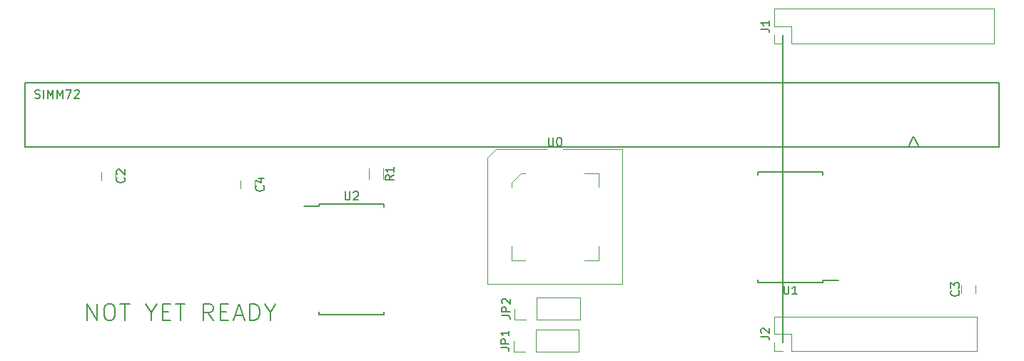
<source format=gbr>
%TF.GenerationSoftware,KiCad,Pcbnew,(5.1.9)-1*%
%TF.CreationDate,2021-01-17T12:11:35+11:00*%
%TF.ProjectId,SIMMCON,53494d4d-434f-44e2-9e6b-696361645f70,rev?*%
%TF.SameCoordinates,Original*%
%TF.FileFunction,Legend,Top*%
%TF.FilePolarity,Positive*%
%FSLAX46Y46*%
G04 Gerber Fmt 4.6, Leading zero omitted, Abs format (unit mm)*
G04 Created by KiCad (PCBNEW (5.1.9)-1) date 2021-01-17 12:11:35*
%MOMM*%
%LPD*%
G01*
G04 APERTURE LIST*
%ADD10C,0.150000*%
%ADD11C,0.120000*%
%ADD12C,0.100000*%
G04 APERTURE END LIST*
D10*
X48642380Y-134254761D02*
X48642380Y-132254761D01*
X49785238Y-134254761D01*
X49785238Y-132254761D01*
X51118571Y-132254761D02*
X51499523Y-132254761D01*
X51690000Y-132350000D01*
X51880476Y-132540476D01*
X51975714Y-132921428D01*
X51975714Y-133588095D01*
X51880476Y-133969047D01*
X51690000Y-134159523D01*
X51499523Y-134254761D01*
X51118571Y-134254761D01*
X50928095Y-134159523D01*
X50737619Y-133969047D01*
X50642380Y-133588095D01*
X50642380Y-132921428D01*
X50737619Y-132540476D01*
X50928095Y-132350000D01*
X51118571Y-132254761D01*
X52547142Y-132254761D02*
X53690000Y-132254761D01*
X53118571Y-134254761D02*
X53118571Y-132254761D01*
X56261428Y-133302380D02*
X56261428Y-134254761D01*
X55594761Y-132254761D02*
X56261428Y-133302380D01*
X56928095Y-132254761D01*
X57594761Y-133207142D02*
X58261428Y-133207142D01*
X58547142Y-134254761D02*
X57594761Y-134254761D01*
X57594761Y-132254761D01*
X58547142Y-132254761D01*
X59118571Y-132254761D02*
X60261428Y-132254761D01*
X59690000Y-134254761D02*
X59690000Y-132254761D01*
X63594761Y-134254761D02*
X62928095Y-133302380D01*
X62451904Y-134254761D02*
X62451904Y-132254761D01*
X63213809Y-132254761D01*
X63404285Y-132350000D01*
X63499523Y-132445238D01*
X63594761Y-132635714D01*
X63594761Y-132921428D01*
X63499523Y-133111904D01*
X63404285Y-133207142D01*
X63213809Y-133302380D01*
X62451904Y-133302380D01*
X64451904Y-133207142D02*
X65118571Y-133207142D01*
X65404285Y-134254761D02*
X64451904Y-134254761D01*
X64451904Y-132254761D01*
X65404285Y-132254761D01*
X66166190Y-133683333D02*
X67118571Y-133683333D01*
X65975714Y-134254761D02*
X66642380Y-132254761D01*
X67309047Y-134254761D01*
X67975714Y-134254761D02*
X67975714Y-132254761D01*
X68451904Y-132254761D01*
X68737619Y-132350000D01*
X68928095Y-132540476D01*
X69023333Y-132730952D01*
X69118571Y-133111904D01*
X69118571Y-133397619D01*
X69023333Y-133778571D01*
X68928095Y-133969047D01*
X68737619Y-134159523D01*
X68451904Y-134254761D01*
X67975714Y-134254761D01*
X70356666Y-133302380D02*
X70356666Y-134254761D01*
X69690000Y-132254761D02*
X70356666Y-133302380D01*
X71023333Y-132254761D01*
X131191000Y-100330000D02*
X131191000Y-136830000D01*
D11*
%TO.C,R1*%
X83811000Y-116240000D02*
X83811000Y-117440000D01*
X82051000Y-117440000D02*
X82051000Y-116240000D01*
%TO.C,C4*%
X66841000Y-117610000D02*
X66841000Y-118610000D01*
X68541000Y-118610000D02*
X68541000Y-117610000D01*
%TO.C,C3*%
X154012000Y-131056000D02*
X154012000Y-130056000D01*
X152312000Y-130056000D02*
X152312000Y-131056000D01*
%TO.C,C2*%
X50331000Y-116610000D02*
X50331000Y-117610000D01*
X52031000Y-117610000D02*
X52031000Y-116610000D01*
D12*
%TO.C,U0*%
X109305000Y-127085000D02*
X109305000Y-125435000D01*
X107655000Y-127085000D02*
X109305000Y-127085000D01*
X98975000Y-127085000D02*
X98975000Y-125435000D01*
X100625000Y-127085000D02*
X98975000Y-127085000D01*
X109305000Y-116755000D02*
X109305000Y-118405000D01*
X107655000Y-116755000D02*
X109305000Y-116755000D01*
X98975000Y-117905000D02*
X98975000Y-118405000D01*
X100125000Y-116755000D02*
X98975000Y-117905000D01*
X100625000Y-116755000D02*
X100125000Y-116755000D01*
D11*
X112115000Y-113945000D02*
X105140000Y-113945000D01*
X112115000Y-129895000D02*
X112115000Y-113945000D01*
X96165000Y-129895000D02*
X112115000Y-129895000D01*
X96165000Y-114945000D02*
X96165000Y-129895000D01*
X97165000Y-113945000D02*
X96165000Y-114945000D01*
X103140000Y-113945000D02*
X97165000Y-113945000D01*
D10*
%TO.C,U2*%
X76135000Y-120675000D02*
X74335000Y-120675000D01*
X76135000Y-133575000D02*
X83885000Y-133575000D01*
X76135000Y-120425000D02*
X83885000Y-120425000D01*
X76135000Y-133575000D02*
X76135000Y-133240000D01*
X83885000Y-133575000D02*
X83885000Y-133240000D01*
X83885000Y-120425000D02*
X83885000Y-120760000D01*
X76135000Y-120425000D02*
X76135000Y-120675000D01*
%TO.C,U1*%
X135955000Y-129515000D02*
X137755000Y-129515000D01*
X135955000Y-116615000D02*
X128205000Y-116615000D01*
X135955000Y-129765000D02*
X128205000Y-129765000D01*
X135955000Y-116615000D02*
X135955000Y-116950000D01*
X128205000Y-116615000D02*
X128205000Y-116950000D01*
X128205000Y-129765000D02*
X128205000Y-129430000D01*
X135955000Y-129765000D02*
X135955000Y-129515000D01*
D11*
%TO.C,JP2*%
X107121000Y-134172000D02*
X107121000Y-131512000D01*
X101981000Y-134172000D02*
X107121000Y-134172000D01*
X101981000Y-131512000D02*
X107121000Y-131512000D01*
X101981000Y-134172000D02*
X101981000Y-131512000D01*
X100711000Y-134172000D02*
X99381000Y-134172000D01*
X99381000Y-134172000D02*
X99381000Y-132842000D01*
%TO.C,JP1*%
X106994000Y-137982000D02*
X106994000Y-135322000D01*
X101854000Y-137982000D02*
X106994000Y-137982000D01*
X101854000Y-135322000D02*
X106994000Y-135322000D01*
X101854000Y-137982000D02*
X101854000Y-135322000D01*
X100584000Y-137982000D02*
X99254000Y-137982000D01*
X99254000Y-137982000D02*
X99254000Y-136652000D01*
D10*
%TO.C,SIMM72*%
X156845000Y-106045000D02*
X41275000Y-106045000D01*
X41275000Y-106045000D02*
X41275000Y-113665000D01*
X41275000Y-113665000D02*
X156845000Y-113665000D01*
X156845000Y-113665000D02*
X156845000Y-106045000D01*
X146050000Y-113665000D02*
X146685000Y-112395000D01*
X146685000Y-112395000D02*
X147320000Y-113665000D01*
D11*
%TO.C,J1*%
X156251000Y-101390000D02*
X156251000Y-97270000D01*
X132191000Y-101390000D02*
X156251000Y-101390000D01*
X130131000Y-97270000D02*
X156251000Y-97270000D01*
X132191000Y-101390000D02*
X132191000Y-99330000D01*
X132191000Y-99330000D02*
X130131000Y-99330000D01*
X130131000Y-99330000D02*
X130131000Y-97270000D01*
X131191000Y-101390000D02*
X130131000Y-101390000D01*
X130131000Y-101390000D02*
X130131000Y-100330000D01*
%TO.C,J2*%
X154251000Y-137902000D02*
X154251000Y-133782000D01*
X132191000Y-137902000D02*
X154251000Y-137902000D01*
X130131000Y-133782000D02*
X154251000Y-133782000D01*
X132191000Y-137902000D02*
X132191000Y-135842000D01*
X132191000Y-135842000D02*
X130131000Y-135842000D01*
X130131000Y-135842000D02*
X130131000Y-133782000D01*
X131191000Y-137902000D02*
X130131000Y-137902000D01*
X130131000Y-137902000D02*
X130131000Y-136842000D01*
%TO.C,R1*%
D10*
X85033380Y-117006666D02*
X84557190Y-117340000D01*
X85033380Y-117578095D02*
X84033380Y-117578095D01*
X84033380Y-117197142D01*
X84081000Y-117101904D01*
X84128619Y-117054285D01*
X84223857Y-117006666D01*
X84366714Y-117006666D01*
X84461952Y-117054285D01*
X84509571Y-117101904D01*
X84557190Y-117197142D01*
X84557190Y-117578095D01*
X85033380Y-116054285D02*
X85033380Y-116625714D01*
X85033380Y-116340000D02*
X84033380Y-116340000D01*
X84176238Y-116435238D01*
X84271476Y-116530476D01*
X84319095Y-116625714D01*
%TO.C,C4*%
X69548142Y-118276666D02*
X69595761Y-118324285D01*
X69643380Y-118467142D01*
X69643380Y-118562380D01*
X69595761Y-118705238D01*
X69500523Y-118800476D01*
X69405285Y-118848095D01*
X69214809Y-118895714D01*
X69071952Y-118895714D01*
X68881476Y-118848095D01*
X68786238Y-118800476D01*
X68691000Y-118705238D01*
X68643380Y-118562380D01*
X68643380Y-118467142D01*
X68691000Y-118324285D01*
X68738619Y-118276666D01*
X68976714Y-117419523D02*
X69643380Y-117419523D01*
X68595761Y-117657619D02*
X69310047Y-117895714D01*
X69310047Y-117276666D01*
%TO.C,C3*%
X152019142Y-130722666D02*
X152066761Y-130770285D01*
X152114380Y-130913142D01*
X152114380Y-131008380D01*
X152066761Y-131151238D01*
X151971523Y-131246476D01*
X151876285Y-131294095D01*
X151685809Y-131341714D01*
X151542952Y-131341714D01*
X151352476Y-131294095D01*
X151257238Y-131246476D01*
X151162000Y-131151238D01*
X151114380Y-131008380D01*
X151114380Y-130913142D01*
X151162000Y-130770285D01*
X151209619Y-130722666D01*
X151114380Y-130389333D02*
X151114380Y-129770285D01*
X151495333Y-130103619D01*
X151495333Y-129960761D01*
X151542952Y-129865523D01*
X151590571Y-129817904D01*
X151685809Y-129770285D01*
X151923904Y-129770285D01*
X152019142Y-129817904D01*
X152066761Y-129865523D01*
X152114380Y-129960761D01*
X152114380Y-130246476D01*
X152066761Y-130341714D01*
X152019142Y-130389333D01*
%TO.C,C2*%
X53038142Y-117276666D02*
X53085761Y-117324285D01*
X53133380Y-117467142D01*
X53133380Y-117562380D01*
X53085761Y-117705238D01*
X52990523Y-117800476D01*
X52895285Y-117848095D01*
X52704809Y-117895714D01*
X52561952Y-117895714D01*
X52371476Y-117848095D01*
X52276238Y-117800476D01*
X52181000Y-117705238D01*
X52133380Y-117562380D01*
X52133380Y-117467142D01*
X52181000Y-117324285D01*
X52228619Y-117276666D01*
X52228619Y-116895714D02*
X52181000Y-116848095D01*
X52133380Y-116752857D01*
X52133380Y-116514761D01*
X52181000Y-116419523D01*
X52228619Y-116371904D01*
X52323857Y-116324285D01*
X52419095Y-116324285D01*
X52561952Y-116371904D01*
X53133380Y-116943333D01*
X53133380Y-116324285D01*
%TO.C,U0*%
X103378095Y-112547380D02*
X103378095Y-113356904D01*
X103425714Y-113452142D01*
X103473333Y-113499761D01*
X103568571Y-113547380D01*
X103759047Y-113547380D01*
X103854285Y-113499761D01*
X103901904Y-113452142D01*
X103949523Y-113356904D01*
X103949523Y-112547380D01*
X104616190Y-112547380D02*
X104711428Y-112547380D01*
X104806666Y-112595000D01*
X104854285Y-112642619D01*
X104901904Y-112737857D01*
X104949523Y-112928333D01*
X104949523Y-113166428D01*
X104901904Y-113356904D01*
X104854285Y-113452142D01*
X104806666Y-113499761D01*
X104711428Y-113547380D01*
X104616190Y-113547380D01*
X104520952Y-113499761D01*
X104473333Y-113452142D01*
X104425714Y-113356904D01*
X104378095Y-113166428D01*
X104378095Y-112928333D01*
X104425714Y-112737857D01*
X104473333Y-112642619D01*
X104520952Y-112595000D01*
X104616190Y-112547380D01*
%TO.C,U2*%
X79248095Y-118952380D02*
X79248095Y-119761904D01*
X79295714Y-119857142D01*
X79343333Y-119904761D01*
X79438571Y-119952380D01*
X79629047Y-119952380D01*
X79724285Y-119904761D01*
X79771904Y-119857142D01*
X79819523Y-119761904D01*
X79819523Y-118952380D01*
X80248095Y-119047619D02*
X80295714Y-119000000D01*
X80390952Y-118952380D01*
X80629047Y-118952380D01*
X80724285Y-119000000D01*
X80771904Y-119047619D01*
X80819523Y-119142857D01*
X80819523Y-119238095D01*
X80771904Y-119380952D01*
X80200476Y-119952380D01*
X80819523Y-119952380D01*
%TO.C,U1*%
X131318095Y-130142380D02*
X131318095Y-130951904D01*
X131365714Y-131047142D01*
X131413333Y-131094761D01*
X131508571Y-131142380D01*
X131699047Y-131142380D01*
X131794285Y-131094761D01*
X131841904Y-131047142D01*
X131889523Y-130951904D01*
X131889523Y-130142380D01*
X132889523Y-131142380D02*
X132318095Y-131142380D01*
X132603809Y-131142380D02*
X132603809Y-130142380D01*
X132508571Y-130285238D01*
X132413333Y-130380476D01*
X132318095Y-130428095D01*
%TO.C,JP2*%
X97833380Y-133675333D02*
X98547666Y-133675333D01*
X98690523Y-133722952D01*
X98785761Y-133818190D01*
X98833380Y-133961047D01*
X98833380Y-134056285D01*
X98833380Y-133199142D02*
X97833380Y-133199142D01*
X97833380Y-132818190D01*
X97881000Y-132722952D01*
X97928619Y-132675333D01*
X98023857Y-132627714D01*
X98166714Y-132627714D01*
X98261952Y-132675333D01*
X98309571Y-132722952D01*
X98357190Y-132818190D01*
X98357190Y-133199142D01*
X97928619Y-132246761D02*
X97881000Y-132199142D01*
X97833380Y-132103904D01*
X97833380Y-131865809D01*
X97881000Y-131770571D01*
X97928619Y-131722952D01*
X98023857Y-131675333D01*
X98119095Y-131675333D01*
X98261952Y-131722952D01*
X98833380Y-132294380D01*
X98833380Y-131675333D01*
%TO.C,JP1*%
X97706380Y-137485333D02*
X98420666Y-137485333D01*
X98563523Y-137532952D01*
X98658761Y-137628190D01*
X98706380Y-137771047D01*
X98706380Y-137866285D01*
X98706380Y-137009142D02*
X97706380Y-137009142D01*
X97706380Y-136628190D01*
X97754000Y-136532952D01*
X97801619Y-136485333D01*
X97896857Y-136437714D01*
X98039714Y-136437714D01*
X98134952Y-136485333D01*
X98182571Y-136532952D01*
X98230190Y-136628190D01*
X98230190Y-137009142D01*
X98706380Y-135485333D02*
X98706380Y-136056761D01*
X98706380Y-135771047D02*
X97706380Y-135771047D01*
X97849238Y-135866285D01*
X97944476Y-135961523D01*
X97992095Y-136056761D01*
%TO.C,SIMM72*%
X42465952Y-107846761D02*
X42608809Y-107894380D01*
X42846904Y-107894380D01*
X42942142Y-107846761D01*
X42989761Y-107799142D01*
X43037380Y-107703904D01*
X43037380Y-107608666D01*
X42989761Y-107513428D01*
X42942142Y-107465809D01*
X42846904Y-107418190D01*
X42656428Y-107370571D01*
X42561190Y-107322952D01*
X42513571Y-107275333D01*
X42465952Y-107180095D01*
X42465952Y-107084857D01*
X42513571Y-106989619D01*
X42561190Y-106942000D01*
X42656428Y-106894380D01*
X42894523Y-106894380D01*
X43037380Y-106942000D01*
X43465952Y-107894380D02*
X43465952Y-106894380D01*
X43942142Y-107894380D02*
X43942142Y-106894380D01*
X44275476Y-107608666D01*
X44608809Y-106894380D01*
X44608809Y-107894380D01*
X45085000Y-107894380D02*
X45085000Y-106894380D01*
X45418333Y-107608666D01*
X45751666Y-106894380D01*
X45751666Y-107894380D01*
X46132619Y-106894380D02*
X46799285Y-106894380D01*
X46370714Y-107894380D01*
X47132619Y-106989619D02*
X47180238Y-106942000D01*
X47275476Y-106894380D01*
X47513571Y-106894380D01*
X47608809Y-106942000D01*
X47656428Y-106989619D01*
X47704047Y-107084857D01*
X47704047Y-107180095D01*
X47656428Y-107322952D01*
X47085000Y-107894380D01*
X47704047Y-107894380D01*
%TO.C,J1*%
X128583380Y-99663333D02*
X129297666Y-99663333D01*
X129440523Y-99710952D01*
X129535761Y-99806190D01*
X129583380Y-99949047D01*
X129583380Y-100044285D01*
X129583380Y-98663333D02*
X129583380Y-99234761D01*
X129583380Y-98949047D02*
X128583380Y-98949047D01*
X128726238Y-99044285D01*
X128821476Y-99139523D01*
X128869095Y-99234761D01*
%TO.C,J2*%
X128583380Y-136175333D02*
X129297666Y-136175333D01*
X129440523Y-136222952D01*
X129535761Y-136318190D01*
X129583380Y-136461047D01*
X129583380Y-136556285D01*
X128678619Y-135746761D02*
X128631000Y-135699142D01*
X128583380Y-135603904D01*
X128583380Y-135365809D01*
X128631000Y-135270571D01*
X128678619Y-135222952D01*
X128773857Y-135175333D01*
X128869095Y-135175333D01*
X129011952Y-135222952D01*
X129583380Y-135794380D01*
X129583380Y-135175333D01*
%TD*%
M02*

</source>
